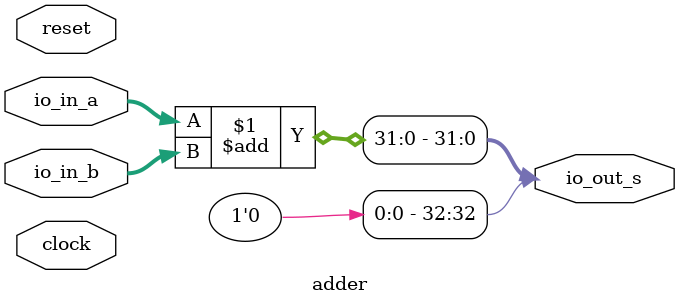
<source format=sv>
module adder(
  input         clock,
                reset,
  input  [31:0] io_in_a,
                io_in_b,
  output [32:0] io_out_s
);

  assign io_out_s = {1'h0, io_in_a + io_in_b};
endmodule


</source>
